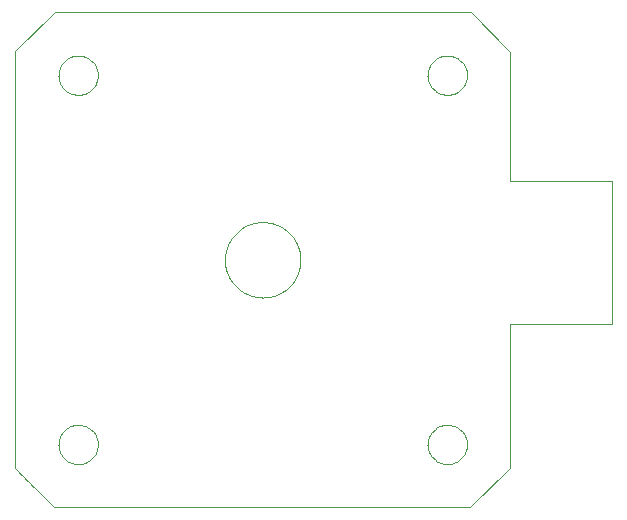
<source format=gbr>
%MOIN*%
%LPD*%
%FSLAX66Y66*%
G01*
%ADD10C,0.001*%
D10*
X0180087Y0050029D02*
X0180087Y0052030D01*
X0178086Y0052030D01*
X0176085Y0055032D01*
X0172083Y0059034D01*
X0168081Y0063036D01*
X0164079Y0067038D01*
X0160077Y0071041D01*
X0156075Y0075043D01*
X0152073Y0079045D01*
X0148071Y0083048D01*
X0144069Y0087050D01*
X0140067Y0091052D01*
X0136065Y0095055D01*
X0132063Y0099057D01*
X0128062Y0103059D01*
X0124060Y0107061D01*
X0120058Y0111064D01*
X0116056Y0115066D01*
X0112054Y0119068D01*
X0108052Y0123071D01*
X0104050Y0127073D01*
X0100048Y0131075D01*
X0096046Y0135077D01*
X0092044Y0139080D01*
X0088042Y0143082D01*
X0084040Y0147084D01*
X0080038Y0151087D01*
X0076037Y0155089D01*
X0072035Y0159091D01*
X0068033Y0163094D01*
X0064031Y0167096D01*
X0060029Y0171098D01*
X0056027Y0175100D01*
X0052025Y0179103D01*
X0050024Y0181104D01*
X0050024Y1569900D01*
X0182087Y1699975D01*
X1570755Y1699975D01*
X1699817Y1568900D01*
X1699817Y1139654D01*
X2039980Y1139654D01*
X2039980Y0660379D01*
X1699817Y0660379D01*
X1699817Y0180103D01*
X1567753Y0050029D01*
X0180087Y0050029D01*
X0180087Y0050029D01*
X0259125Y0194111D02*
X0261125Y0194111D01*
X0263126Y0195112D01*
X0272131Y0195112D01*
X0274132Y0196112D01*
X0277133Y0196112D01*
X0279134Y0197113D01*
X0281135Y0198114D01*
X0283136Y0198114D01*
X0285137Y0199114D01*
X0287138Y0200115D01*
X0289139Y0201115D01*
X0291140Y0202116D01*
X0294141Y0204117D01*
X0296142Y0205118D01*
X0299144Y0207119D01*
X0312150Y0220126D01*
X0315151Y0224129D01*
X0316152Y0226130D01*
X0318153Y0229131D01*
X0319153Y0231133D01*
X0320154Y0233134D01*
X0320154Y0235135D01*
X0322155Y0238137D01*
X0322155Y0240138D01*
X0323155Y0242139D01*
X0323155Y0244140D01*
X0324156Y0246141D01*
X0324156Y0248142D01*
X0325156Y0250143D01*
X0325156Y0272156D01*
X0324156Y0274157D01*
X0324156Y0276158D01*
X0323155Y0278160D01*
X0323155Y0280161D01*
X0322155Y0282162D01*
X0321154Y0284163D01*
X0320154Y0286164D01*
X0320154Y0288165D01*
X0318153Y0291167D01*
X0316152Y0294169D01*
X0315151Y0296170D01*
X0312150Y0300172D01*
X0300144Y0312179D01*
X0296142Y0315181D01*
X0294141Y0316181D01*
X0291140Y0318182D01*
X0289139Y0319183D01*
X0287138Y0320184D01*
X0285137Y0320184D01*
X0282136Y0322185D01*
X0280135Y0322185D01*
X0278134Y0323185D01*
X0276133Y0323185D01*
X0274132Y0324186D01*
X0272131Y0324186D01*
X0270130Y0325186D01*
X0248119Y0325186D01*
X0246118Y0324186D01*
X0244117Y0324186D01*
X0242116Y0323185D01*
X0240115Y0323185D01*
X0238114Y0322185D01*
X0236113Y0321184D01*
X0234112Y0320184D01*
X0232112Y0320184D01*
X0229110Y0318182D01*
X0226109Y0316181D01*
X0224108Y0315181D01*
X0220106Y0312179D01*
X0207100Y0299172D01*
X0205099Y0296170D01*
X0204098Y0294169D01*
X0202097Y0291167D01*
X0201097Y0289166D01*
X0200096Y0287165D01*
X0199096Y0285164D01*
X0199096Y0283162D01*
X0198095Y0281161D01*
X0197095Y0279160D01*
X0197095Y0277159D01*
X0196094Y0275158D01*
X0196094Y0272156D01*
X0195094Y0270155D01*
X0195094Y0261150D01*
X0194093Y0259149D01*
X0195094Y0257147D01*
X0195094Y0248142D01*
X0196094Y0246141D01*
X0196094Y0243139D01*
X0197095Y0241138D01*
X0198095Y0239137D01*
X0198095Y0237136D01*
X0199096Y0235135D01*
X0200096Y0233134D01*
X0201097Y0231133D01*
X0202097Y0229131D01*
X0203098Y0227130D01*
X0205099Y0224129D01*
X0207100Y0221127D01*
X0221106Y0207119D01*
X0224108Y0205118D01*
X0227109Y0203116D01*
X0229110Y0202116D01*
X0231111Y0201115D01*
X0233112Y0200115D01*
X0235113Y0199114D01*
X0237114Y0199114D01*
X0239115Y0198114D01*
X0241116Y0197113D01*
X0243117Y0197113D01*
X0245118Y0196112D01*
X0248119Y0196112D01*
X0250120Y0195112D01*
X0259125Y0195112D01*
X0259125Y0194111D01*
X0259125Y0194111D01*
X0874420Y0749430D02*
X0876421Y0749430D01*
X0878422Y0750430D01*
X0891428Y0750430D01*
X0893429Y0751431D01*
X0898432Y0751431D01*
X0900433Y0752431D01*
X0903434Y0752431D01*
X0905435Y0753432D01*
X0907436Y0753432D01*
X0909437Y0754433D01*
X0911438Y0754433D01*
X0913439Y0755433D01*
X0915440Y0756434D01*
X0917441Y0756434D01*
X0919442Y0757434D01*
X0921443Y0758435D01*
X0923444Y0759435D01*
X0925445Y0760436D01*
X0927446Y0760436D01*
X0930447Y0762437D01*
X0932448Y0763438D01*
X0934449Y0764438D01*
X0936450Y0765439D01*
X0939451Y0767440D01*
X0941452Y0768441D01*
X0944454Y0770442D01*
X0947455Y0772443D01*
X0951457Y0775445D01*
X0955459Y0778446D01*
X0972467Y0795456D01*
X0975469Y0799458D01*
X0978470Y0803461D01*
X0980471Y0806462D01*
X0982472Y0809464D01*
X0983473Y0811465D01*
X0985473Y0814467D01*
X0986474Y0816468D01*
X0987474Y0818469D01*
X0988475Y0820470D01*
X0989475Y0822472D01*
X0990476Y0824473D01*
X0990476Y0826474D01*
X0992477Y0829476D01*
X0992477Y0831477D01*
X0994478Y0834479D01*
X0994478Y0836480D01*
X0995478Y0838481D01*
X0995478Y0840482D01*
X0996479Y0842483D01*
X0997479Y0844484D01*
X0997479Y0847486D01*
X0998480Y0849487D01*
X0998480Y0852489D01*
X0999480Y0854490D01*
X0999480Y0859493D01*
X1000481Y0861494D01*
X1000481Y0891511D01*
X0999480Y0893512D01*
X0999480Y0898515D01*
X0998480Y0900516D01*
X0998480Y0903518D01*
X0997479Y0905519D01*
X0997479Y0907520D01*
X0996479Y0909522D01*
X0995478Y0911523D01*
X0995478Y0914524D01*
X0994478Y0916526D01*
X0993477Y0918527D01*
X0992477Y0920528D01*
X0992477Y0922529D01*
X0990476Y0925531D01*
X0990476Y0927532D01*
X0988475Y0930534D01*
X0987474Y0932535D01*
X0986474Y0934536D01*
X0985473Y0936537D01*
X0983473Y0939539D01*
X0982472Y0941540D01*
X0980471Y0944542D01*
X0978470Y0947543D01*
X0975469Y0951546D01*
X0972467Y0955548D01*
X0955459Y0972558D01*
X0951457Y0975559D01*
X0947455Y0978561D01*
X0944454Y0980562D01*
X0941452Y0982563D01*
X0939451Y0983564D01*
X0936450Y0985565D01*
X0934449Y0986566D01*
X0932448Y0987566D01*
X0930447Y0988567D01*
X0928446Y0989567D01*
X0926445Y0990568D01*
X0924444Y0990568D01*
X0921443Y0992569D01*
X0919442Y0992569D01*
X0916440Y0994570D01*
X0914439Y0994570D01*
X0912438Y0995571D01*
X0910437Y0995571D01*
X0908436Y0996571D01*
X0906436Y0997572D01*
X0903434Y0997572D01*
X0901433Y0998573D01*
X0898432Y0998573D01*
X0896431Y0999573D01*
X0891428Y0999573D01*
X0889427Y1000574D01*
X0859413Y1000574D01*
X0857412Y0999573D01*
X0852410Y0999573D01*
X0850409Y0998573D01*
X0847407Y0998573D01*
X0845406Y0997572D01*
X0843405Y0997572D01*
X0841404Y0996571D01*
X0839403Y0995571D01*
X0836402Y0995571D01*
X0834401Y0994570D01*
X0832400Y0993570D01*
X0830399Y0992569D01*
X0828398Y0992569D01*
X0825397Y0990568D01*
X0823396Y0990568D01*
X0820394Y0988567D01*
X0818393Y0987566D01*
X0816392Y0986566D01*
X0814391Y0985565D01*
X0811390Y0983564D01*
X0809389Y0982563D01*
X0806387Y0980562D01*
X0803386Y0978561D01*
X0799384Y0975559D01*
X0795382Y0972558D01*
X0778374Y0955548D01*
X0775373Y0951546D01*
X0772371Y0947543D01*
X0770370Y0944542D01*
X0768369Y0941540D01*
X0767369Y0939539D01*
X0765368Y0936537D01*
X0764367Y0934536D01*
X0763367Y0932535D01*
X0762366Y0930534D01*
X0761366Y0928532D01*
X0760365Y0926531D01*
X0760365Y0924530D01*
X0758364Y0921528D01*
X0757364Y0919527D01*
X0757364Y0917526D01*
X0756363Y0915525D01*
X0755363Y0913524D01*
X0755363Y0911523D01*
X0754362Y0909522D01*
X0754362Y0907520D01*
X0753362Y0905519D01*
X0753362Y0903518D01*
X0752361Y0901517D01*
X0752361Y0898515D01*
X0751361Y0896514D01*
X0751361Y0891511D01*
X0750361Y0889510D01*
X0750361Y0876503D01*
X0749360Y0874501D01*
X0750361Y0872500D01*
X0750361Y0859493D01*
X0751361Y0857492D01*
X0751361Y0852489D01*
X0752361Y0850488D01*
X0752361Y0847486D01*
X0753362Y0845485D01*
X0753362Y0843484D01*
X0754362Y0841483D01*
X0754362Y0839481D01*
X0755363Y0837480D01*
X0756363Y0835479D01*
X0756363Y0833478D01*
X0757364Y0831477D01*
X0758364Y0829476D01*
X0759365Y0827474D01*
X0760365Y0825473D01*
X0760365Y0823472D01*
X0762366Y0820470D01*
X0763367Y0818469D01*
X0764367Y0816468D01*
X0765368Y0814467D01*
X0767369Y0811465D01*
X0768369Y0809464D01*
X0770370Y0806462D01*
X0772371Y0803461D01*
X0774372Y0800459D01*
X0778374Y0795456D01*
X0795382Y0778446D01*
X0800385Y0774444D01*
X0803386Y0772443D01*
X0806387Y0770442D01*
X0809389Y0768441D01*
X0811390Y0767440D01*
X0814391Y0765439D01*
X0816392Y0764438D01*
X0818393Y0763438D01*
X0820394Y0762437D01*
X0822395Y0761437D01*
X0824396Y0760436D01*
X0826397Y0760436D01*
X0829398Y0758435D01*
X0831399Y0757434D01*
X0833400Y0757434D01*
X0835401Y0756434D01*
X0837402Y0755433D01*
X0839403Y0755433D01*
X0841404Y0754433D01*
X0843405Y0754433D01*
X0845406Y0753432D01*
X0847407Y0753432D01*
X0849408Y0752431D01*
X0852410Y0752431D01*
X0854411Y0751431D01*
X0859413Y0751431D01*
X0861414Y0750430D01*
X0874420Y0750430D01*
X0874420Y0749430D01*
X0874420Y0749430D01*
X1489716Y0194111D02*
X1491717Y0194111D01*
X1493718Y0195112D01*
X1502722Y0195112D01*
X1504723Y0196112D01*
X1507724Y0196112D01*
X1509725Y0197113D01*
X1511726Y0198114D01*
X1513727Y0198114D01*
X1516729Y0200115D01*
X1518730Y0200115D01*
X1521731Y0202116D01*
X1524733Y0204117D01*
X1526734Y0205118D01*
X1530735Y0208119D01*
X1542741Y0220126D01*
X1545743Y0224129D01*
X1546743Y0226130D01*
X1548744Y0229131D01*
X1549745Y0231133D01*
X1550745Y0233134D01*
X1550745Y0235135D01*
X1552746Y0238137D01*
X1552746Y0240138D01*
X1553747Y0242139D01*
X1553747Y0244140D01*
X1554747Y0246141D01*
X1554747Y0248142D01*
X1555747Y0250143D01*
X1555747Y0272156D01*
X1554747Y0274157D01*
X1554747Y0276158D01*
X1553747Y0278160D01*
X1553747Y0280161D01*
X1552746Y0282162D01*
X1551746Y0284163D01*
X1550745Y0286164D01*
X1550745Y0288165D01*
X1548744Y0291167D01*
X1546743Y0294169D01*
X1545743Y0296170D01*
X1542741Y0300172D01*
X1530735Y0312179D01*
X1526734Y0315181D01*
X1524733Y0316181D01*
X1521731Y0318182D01*
X1519730Y0319183D01*
X1517729Y0320184D01*
X1515728Y0320184D01*
X1512727Y0322185D01*
X1510726Y0322185D01*
X1508725Y0323185D01*
X1506724Y0323185D01*
X1504723Y0324186D01*
X1502722Y0324186D01*
X1500721Y0325186D01*
X1478710Y0325186D01*
X1476710Y0324186D01*
X1473708Y0324186D01*
X1471707Y0323185D01*
X1469706Y0322185D01*
X1467705Y0322185D01*
X1464704Y0320184D01*
X1462703Y0320184D01*
X1459701Y0318182D01*
X1457700Y0317182D01*
X1454699Y0315181D01*
X1451697Y0313180D01*
X1437691Y0299172D01*
X1435690Y0296170D01*
X1433689Y0293168D01*
X1432688Y0291167D01*
X1431688Y0289166D01*
X1430687Y0287165D01*
X1429687Y0285164D01*
X1429687Y0283162D01*
X1428686Y0281161D01*
X1427686Y0279160D01*
X1427686Y0277159D01*
X1426685Y0275158D01*
X1426685Y0272156D01*
X1425685Y0270155D01*
X1425685Y0261150D01*
X1424685Y0259149D01*
X1425685Y0257147D01*
X1425685Y0248142D01*
X1426685Y0246141D01*
X1426685Y0243139D01*
X1427686Y0241138D01*
X1428686Y0239137D01*
X1428686Y0237136D01*
X1429687Y0235135D01*
X1430687Y0233134D01*
X1431688Y0231133D01*
X1432688Y0229131D01*
X1433689Y0227130D01*
X1435690Y0224129D01*
X1437691Y0221127D01*
X1451697Y0207119D01*
X1454699Y0205118D01*
X1457700Y0203116D01*
X1459701Y0202116D01*
X1461702Y0201115D01*
X1463703Y0200115D01*
X1465704Y0199114D01*
X1467705Y0199114D01*
X1469706Y0198114D01*
X1471707Y0197113D01*
X1473708Y0197113D01*
X1475709Y0196112D01*
X1478710Y0196112D01*
X1480711Y0195112D01*
X1489716Y0195112D01*
X1489716Y0194111D01*
X1489716Y0194111D01*
X1489716Y1424817D02*
X1491717Y1424817D01*
X1493718Y1425818D01*
X1502722Y1425818D01*
X1504723Y1426818D01*
X1507724Y1426818D01*
X1509725Y1427819D01*
X1511726Y1428819D01*
X1513727Y1428819D01*
X1515728Y1429820D01*
X1517729Y1430820D01*
X1519730Y1431821D01*
X1521731Y1432822D01*
X1523732Y1433822D01*
X1526734Y1435823D01*
X1529735Y1437824D01*
X1543742Y1451833D01*
X1545743Y1454834D01*
X1546743Y1456835D01*
X1548744Y1459837D01*
X1549745Y1461838D01*
X1550745Y1463839D01*
X1550745Y1465841D01*
X1552746Y1468842D01*
X1552746Y1470843D01*
X1553747Y1472845D01*
X1553747Y1474846D01*
X1554747Y1476847D01*
X1554747Y1478848D01*
X1555747Y1480849D01*
X1555747Y1502862D01*
X1554747Y1504863D01*
X1554747Y1506864D01*
X1553747Y1508865D01*
X1553747Y1510866D01*
X1552746Y1512868D01*
X1551746Y1514869D01*
X1550745Y1516870D01*
X1550745Y1518871D01*
X1548744Y1521873D01*
X1546743Y1524874D01*
X1545743Y1526876D01*
X1542741Y1530878D01*
X1530735Y1542885D01*
X1526734Y1545886D01*
X1524733Y1546887D01*
X1521731Y1548888D01*
X1519730Y1549889D01*
X1517729Y1550889D01*
X1515728Y1550889D01*
X1512727Y1552890D01*
X1510726Y1552890D01*
X1508725Y1553891D01*
X1506724Y1553891D01*
X1504723Y1554892D01*
X1502722Y1554892D01*
X1500721Y1555892D01*
X1478710Y1555892D01*
X1476710Y1554892D01*
X1474709Y1554892D01*
X1472708Y1553891D01*
X1470707Y1553891D01*
X1468706Y1552890D01*
X1466705Y1551890D01*
X1464704Y1550889D01*
X1462703Y1550889D01*
X1459701Y1548888D01*
X1456700Y1546887D01*
X1454699Y1545886D01*
X1450697Y1542885D01*
X1437691Y1529877D01*
X1435690Y1526876D01*
X1434689Y1524874D01*
X1432688Y1521873D01*
X1431688Y1519872D01*
X1430687Y1517870D01*
X1429687Y1515869D01*
X1429687Y1513868D01*
X1428686Y1511867D01*
X1427686Y1509866D01*
X1427686Y1507865D01*
X1426685Y1505864D01*
X1426685Y1502862D01*
X1425685Y1500861D01*
X1425685Y1491855D01*
X1424685Y1489854D01*
X1425685Y1487853D01*
X1425685Y1478848D01*
X1426685Y1476847D01*
X1426685Y1473845D01*
X1427686Y1471844D01*
X1428686Y1469843D01*
X1428686Y1467842D01*
X1429687Y1465841D01*
X1430687Y1463839D01*
X1431688Y1461838D01*
X1432688Y1459837D01*
X1433689Y1457836D01*
X1435690Y1454834D01*
X1437691Y1451833D01*
X1451697Y1437824D01*
X1454699Y1435823D01*
X1457700Y1433822D01*
X1459701Y1432822D01*
X1461702Y1431821D01*
X1463703Y1430820D01*
X1465704Y1429820D01*
X1467705Y1429820D01*
X1469706Y1428819D01*
X1471707Y1427819D01*
X1473708Y1427819D01*
X1475709Y1426818D01*
X1478710Y1426818D01*
X1480711Y1425818D01*
X1489716Y1425818D01*
X1489716Y1424817D01*
X1489716Y1424817D01*
X0259125Y1424817D02*
X0261125Y1424817D01*
X0263126Y1425818D01*
X0272131Y1425818D01*
X0274132Y1426818D01*
X0277133Y1426818D01*
X0279134Y1427819D01*
X0281135Y1428819D01*
X0283136Y1428819D01*
X0285137Y1429820D01*
X0287138Y1430820D01*
X0289139Y1431821D01*
X0291140Y1432822D01*
X0293141Y1433822D01*
X0296142Y1435823D01*
X0299144Y1437824D01*
X0313150Y1451833D01*
X0315151Y1454834D01*
X0317152Y1457836D01*
X0318153Y1459837D01*
X0319153Y1461838D01*
X0320154Y1463839D01*
X0321154Y1465841D01*
X0321154Y1467842D01*
X0322155Y1469843D01*
X0323155Y1471844D01*
X0323155Y1473845D01*
X0324156Y1475846D01*
X0324156Y1478848D01*
X0325156Y1480849D01*
X0325156Y1502862D01*
X0324156Y1504863D01*
X0324156Y1506864D01*
X0323155Y1508865D01*
X0323155Y1510866D01*
X0322155Y1512868D01*
X0321154Y1514869D01*
X0320154Y1516870D01*
X0320154Y1518871D01*
X0318153Y1521873D01*
X0316152Y1524874D01*
X0315151Y1526876D01*
X0312150Y1530878D01*
X0300144Y1542885D01*
X0296142Y1545886D01*
X0294141Y1546887D01*
X0291140Y1548888D01*
X0289139Y1549889D01*
X0287138Y1550889D01*
X0285137Y1550889D01*
X0282136Y1552890D01*
X0280135Y1552890D01*
X0278134Y1553891D01*
X0276133Y1553891D01*
X0274132Y1554892D01*
X0272131Y1554892D01*
X0270130Y1555892D01*
X0248119Y1555892D01*
X0246118Y1554892D01*
X0244117Y1554892D01*
X0242116Y1553891D01*
X0240115Y1553891D01*
X0238114Y1552890D01*
X0236113Y1551890D01*
X0234112Y1550889D01*
X0232112Y1550889D01*
X0229110Y1548888D01*
X0226109Y1546887D01*
X0224108Y1545886D01*
X0220106Y1542885D01*
X0208100Y1530878D01*
X0205099Y1526876D01*
X0204098Y1524874D01*
X0202097Y1521873D01*
X0201097Y1519872D01*
X0200096Y1517870D01*
X0200096Y1515869D01*
X0198095Y1512868D01*
X0198095Y1510866D01*
X0197095Y1508865D01*
X0197095Y1506864D01*
X0196094Y1504863D01*
X0196094Y1502862D01*
X0195094Y1500861D01*
X0195094Y1491855D01*
X0194093Y1489854D01*
X0195094Y1487853D01*
X0195094Y1478848D01*
X0196094Y1476847D01*
X0196094Y1473845D01*
X0197095Y1471844D01*
X0198095Y1469843D01*
X0198095Y1467842D01*
X0199096Y1465841D01*
X0200096Y1463839D01*
X0201097Y1461838D01*
X0202097Y1459837D01*
X0203098Y1457836D01*
X0205099Y1454834D01*
X0207100Y1451833D01*
X0221106Y1437824D01*
X0224108Y1435823D01*
X0227109Y1433822D01*
X0229110Y1432822D01*
X0231111Y1431821D01*
X0233112Y1430820D01*
X0235113Y1429820D01*
X0237114Y1429820D01*
X0239115Y1428819D01*
X0241116Y1427819D01*
X0243117Y1427819D01*
X0245118Y1426818D01*
X0248119Y1426818D01*
X0250120Y1425818D01*
X0259125Y1425818D01*
X0259125Y1424817D01*
X0259125Y1424817D01*
M02*

</source>
